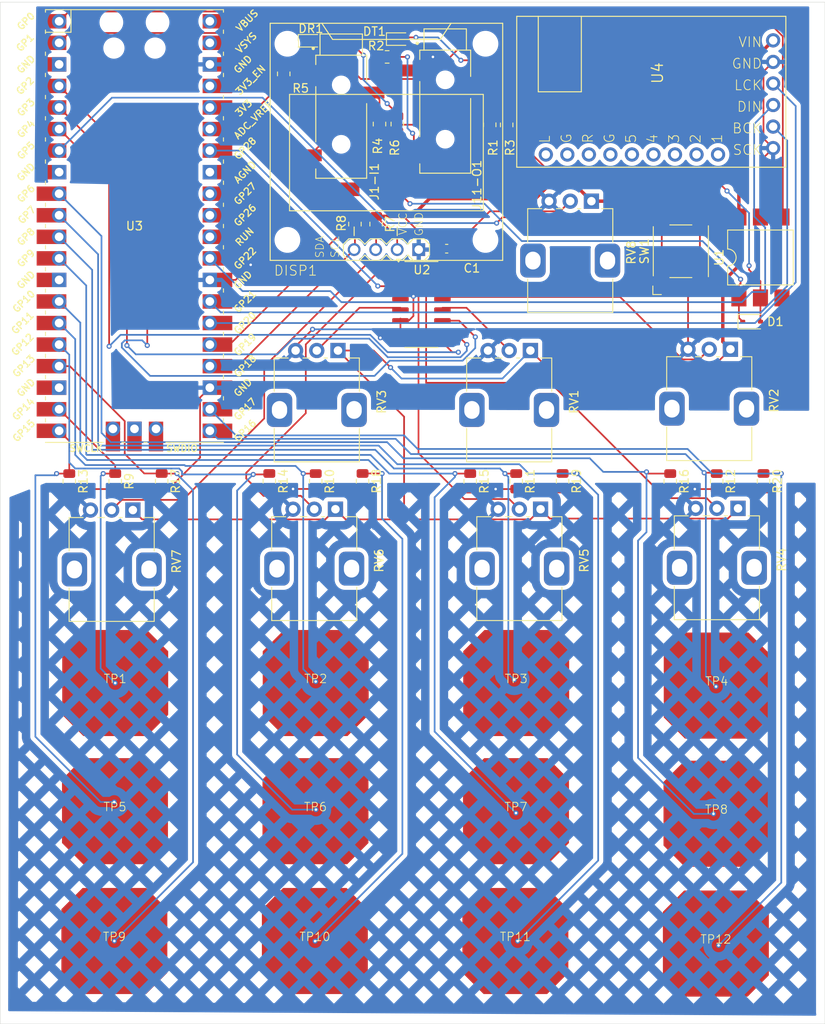
<source format=kicad_pcb>
(kicad_pcb (version 20240108) (generator "pcbnew") (generator_version "8.0")
  (layers (0 "F.Cu" signal) (31 "B.Cu" signal) (34 "B.Paste" user) (35 "F.Paste" user) (36 "B.SilkS" user "B.Silkscreen") (37 "F.SilkS" user "F.Silkscreen") (38 "B.Mask" user) (39 "F.Mask" user) (44 "Edge.Cuts" user))
  (net 0 "")
  (net 1 "/MIDI input 1/RX")
  (net 2 "/Midi Output 1/TX")
  (net 3 "GND")
  (net 4 "+3V3")
  (net 5 "/POT1")
  (net 6 "/POT2")
  (net 7 "/POT3")
  (net 8 "/POT4")
  (net 9 "/POT5")
  (net 10 "/POT6")
  (net 11 "/POT7")
  (net 12 "/POT8")
  (net 13 "/AS2")
  (net 14 "/AS0")
  (net 15 "/AS1")
  (net 16 "/TPAD1")
  (net 17 "unconnected-(J1-I1-Pad3)")
  (net 20 "unconnected-(J11-O1-Pad2)")
  (net 22 "unconnected-(J11-O1-Pad3)")
  (net 23 "/SCL")
  (net 24 "/SDA")
  (net 27 "/SW")
  (net 37 "/I2S_DATA")
  (net 41 "/I2S_BCK")
  (net 42 "/I2S_LRCK")
  (net 44 "/TPAD2")
  (net 45 "/TPAD3")
  (net 46 "/TPAD4")
  (net 47 "/TPAD5")
  (net 48 "/TPAD6")
  (net 49 "/TPAD7")
  (net 50 "/TPAD8")
  (net 51 "/TPAD9")
  (net 52 "/TPAD10")
  (net 53 "/TPAD11")
  (net 54 "/TPAD12")
  (net 64 "Net-(D1-A)")
  (net 65 "unconnected-(D1-K-Pad1)")
  (net 66 "unconnected-(DR1-A-Pad2)")
  (net 67 "/AIN")
  (net 68 "unconnected-(R3-Pad2)")
  (footprint "Resistor_SMD:R_0805_2012Metric" (layer "F.Cu") (at 124.827577 77.3125 -90)
    (property "Reference" "R11")
    (property "Value" "1M")
  )
  (footprint "MIDI_projects:PAD_Touch_bjo" (layer "F.Cu") (at 77.416663 131.483034)
    (property "Reference" "TP9")
    (property "Value" "TOUCHPADA")
  )
  (footprint "Resistor_SMD:R_0805_2012Metric" (layer "F.Cu") (at 110.8 35.2125 90)
    (property "Reference" "R6")
    (property "Value" "2.2K")
  )
  (footprint "LED_SMD:LED_0603_1608Metric" (layer "F.Cu") (at 111 25.2)
    (property "Reference" "DT1")
    (property "Value" "LED")
  )
  (footprint "MIDI_projects:CUI_SJ-3524-SMT" (layer "F.Cu") (at 104.182 30.6 -90)
    (property "Reference" "J1-I1")
    (property "Value" "SJ-3524-SMT")
  )
  (footprint "Button_Switch_SMD:SW_SPST_Omron_B3FS-101xP" (layer "F.Cu") (at 144.25 50.2 90)
    (property "Reference" "SW1")
    (property "Value" "SW_Omron_B3FS")
  )
  (footprint "Resistor_SMD:R_0805_2012Metric" (layer "F.Cu") (at 119.4 77.3125 -90)
    (property "Reference" "R15")
    (property "Value" "1M")
  )
  (footprint "Resistor_SMD:R_0805_2012Metric" (layer "F.Cu") (at 77.516663 77.3125 -90)
    (property "Reference" "R9")
    (property "Value" "1M")
  )
  (footprint "MIDI_projects:I2S_PCM_5100_SOUNDCARD" (layer "F.Cu") (at 156.64 40.3 90)
    (property "Reference" "U4")
    (property "Value" "I2S_PCM_51XX_SOUNDCARD")
  )
  (footprint "Resistor_SMD:R_0805_2012Metric" (layer "F.Cu") (at 97.4 29.3 -90)
    (property "Reference" "R5")
    (property "Value" "470")
  )
  (footprint "MIDI_projects:PAD_Touch_bjo" (layer "F.Cu") (at 77.489086 116.183034)
    (property "Reference" "TP5")
    (property "Value" "TOUCHPADA")
  )
  (footprint "MIDI_projects:PAD_Touch_bjo" (layer "F.Cu") (at 101.07212 131.483034)
    (property "Reference" "TP10")
    (property "Value" "TOUCHPADA")
  )
  (footprint "Package_DIP:SMDIP-6_W9.53mm" (layer "F.Cu") (at 153.64 50.935 90)
    (property "Reference" "U1")
    (property "Value" "H11L1")
  )
  (footprint "Resistor_SMD:R_0805_2012Metric" (layer "F.Cu") (at 105.8 47 -90)
    (property "Reference" "R8")
    (property "Value" "4.7k")
  )
  (footprint "MIDI_projects:PAD_Touch_bjo" (layer "F.Cu") (at 124.727577 131.483034)
    (property "Reference" "TP11")
    (property "Value" "TOUCHPADA")
  )
  (footprint "Resistor_SMD:R_0805_2012Metric" (layer "F.Cu") (at 106.7 77.3 -90)
    (property "Reference" "R18")
    (property "Value" "1M")
  )
  (footprint "MIDI_projects:PAD_Touch_bjo" (layer "F.Cu") (at 124.827577 101.083034)
    (property "Reference" "TP3")
    (property "Value" "TOUCHPADA")
  )
  (footprint "MIDI_projects:PAD_Touch_bjo" (layer "F.Cu") (at 148.383034 131.783034)
    (property "Reference" "TP12")
    (property "Value" "TOUCHPADA")
  )
  (footprint "MIDI_projects:Potentiometer_Alps_RK09K_Single_Vertical" (layer "F.Cu") (at 151 80.5 -90)
    (property "Reference" "RV4")
    (property "Value" "10K")
  )
  (footprint "Resistor_SMD:R_0805_2012Metric" (layer "F.Cu") (at 109.6 27.3)
    (property "Reference" "R2")
    (property "Value" "10")
  )
  (footprint "Resistor_SMD:R_0805_2012Metric" (layer "F.Cu") (at 154 77.3 -90)
    (property "Reference" "R20")
    (property "Value" "1M")
  )
  (footprint "Resistor_SMD:R_0805_2012Metric" (layer "F.Cu") (at 108.3 47 -90)
    (property "Reference" "R7")
    (property "Value" "4.7k")
  )
  (footprint "MIDI_projects:Potentiometer_Alps_RK09K_Single_Vertical" (layer "F.Cu") (at 133.7 44.3 -90)
    (property "Reference" "RV8")
    (property "Value" "10K")
  )
  (footprint "Resistor_SMD:R_0805_2012Metric" (layer "F.Cu") (at 123.7 35.3125 90)
    (property "Reference" "R3")
    (property "Value" "2.2K")
  )
  (footprint "Resistor_SMD:R_0805_2012Metric" (layer "F.Cu") (at 72.1 77.3125 -90)
    (property "Reference" "R13")
    (property "Value" "1M")
  )
  (footprint "Resistor_SMD:R_0805_2012Metric" (layer "F.Cu") (at 83 77.3 -90)
    (property "Reference" "R17")
    (property "Value" "1M")
  )
  (footprint "MIDI_projects:PAD_Touch_bjo" (layer "F.Cu") (at 124.8 116.183034)
    (property "Reference" "TP7")
    (property "Value" "TOUCHPADA")
  )
  (footprint "Resistor_SMD:R_0805_2012Metric" (layer "F.Cu") (at 130.3 77.3 -90)
    (property "Reference" "R19")
    (property "Value" "1M")
  )
  (footprint "Resistor_SMD:R_0805_2012Metric" (layer "F.Cu") (at 101.17212 77.3125 -90)
    (property "Reference" "R10")
    (property "Value" "1M")
  )
  (footprint "MIDI_projects:Potentiometer_Alps_RK09K_Single_Vertical" (layer "F.Cu") (at 127.7 80.6 -90)
    (property "Reference" "RV5")
    (property "Value" "10K")
  )
  (footprint "MIDI_projects:PAD_Touch_bjo" (layer "F.Cu") (at 101.144543 116.183034)
    (property "Reference" "TP6")
    (property "Value" "TOUCHPADA")
  )
  (footprint "MIDI_projects:PAD_Touch_bjo" (layer "F.Cu") (at 77.516663 101.083034)
    (property "Reference" "TP1")
    (property "Value" "TOUCHPADA")
  )
  (footprint "Resistor_SMD:R_0805_2012Metric" (layer "F.Cu") (at 143 77.3125 -90)
    (property "Reference" "R16")
    (property "Value" "1M")
  )
  (footprint "Resistor_SMD:R_0805_2012Metric" (layer "F.Cu") (at 148.483034 77.3125 -90)
    (property "Reference" "R12")
    (property "Value" "1M")
  )
  (footprint "MIDI_projects:PAD_Touch_bjo" (layer "F.Cu") (at 101.17212 101.083034)
    (property "Reference" "TP2")
    (property "Value" "TOUCHPADA")
  )
  (footprint "MIDI_projects:RPi_Pico_SMD_TH" (layer "F.Cu") (at 79.79 47.23)
    (property "Reference" "U3")
    (property "Value" "Pico")
  )
  (footprint "Capacitor_SMD:C_0603_1608Metric" (layer "F.Cu") (at 116.625 49.9 180)
    (property "Reference" "C1")
    (property "Value" "100n")
  )
  (footprint "MIDI_projects:Potentiometer_Alps_RK09K_Single_Vertical" (layer "F.Cu") (at 103.5 80.6 -90)
    (property "Reference" "RV6")
    (property "Value" "10K")
  )
  (footprint "MIDI_projects:CUI_SJ-3524-SMT" (layer "F.Cu") (at 116.45 30 -90)
    (property "Reference" "J11-O1")
    (property "Value" "SJ-3524-SMT")
  )
  (footprint "Package_SO:SOIC-16_3.9x9.9mm_P1.27mm" (layer "F.Cu") (at 113.645 56.475)
    (property "Reference" "U2")
    (property "Value" "74HC4051")
  )
  (footprint "MIDI_projects:PAD_Touch_bjo" (layer "F.Cu") (at 148.455457 116.483034)
    (property "Reference" "TP8")
    (property "Value" "TOUCHPADA")
  )
  (footprint "MIDI_projects:Potentiometer_Alps_RK09K_Single_Vertical" (layer "F.Cu") (at 103.8 61.9 -90)
    (property "Reference" "RV3")
    (property "Value" "10K")
  )
  (footprint "Resistor_SMD:R_0805_2012Metric" (layer "F.Cu") (at 95.7 77.3 -90)
    (property "Reference" "R14")
    (property "Value" "1M")
  )
  (footprint "Resistor_SMD:R_0805_2012Metric" (layer "F.Cu") (at 108.7 35.2125 -90)
    (property "Reference" "R4")
    (property "Value" "220")
  )
  (footprint "MIDI_projects:DISPLAY-OLED-128X64-I2C-TOD" (layer "F.Cu") (at 109.516 37.307 180)
    (property "Reference" "DISP1")
    (property "Value" "DISPLAY-OLED-128X64-I2CTOD")
  )
  (footprint "LED_SMD:LED_0603_1608Metric" (layer "F.Cu") (at 100.6 25.4)
    (property "Reference" "DR1")
    (property "Value" "LED")
  )
  (footprint "Resistor_SMD:R_0805_2012Metric" (layer "F.Cu") (at 121.7 35.3 90)
    (property "Reference" "R1")
    (property "Value" "33")
  )
  (footprint "MIDI_projects:Potentiometer_Alps_RK09K_Single_Vertical" (layer "F.Cu") (at 79.6 80.7 -90)
    (property "Reference" "RV7")
    (property "Value" "10K")
  )
  (footprint "MIDI_projects:Potentiometer_Alps_RK09K_Single_Vertical" (layer "F.Cu") (at 150.1 61.75 -90)
    (property "Reference" "RV2")
    (property "Value" "10K")
  )
  (footprint "MIDI_projects:PAD_Touch_bjo" (layer "F.Cu") (at 148.483034 101.383034)
    (property "Reference" "TP4")
    (property "Value" "TOUCHPADA")
  )
  (footprint "Diode_SMD:D_SOD-323" (layer "F.Cu") (at 152.6 58.5)
    (property "Reference" "D1")
    (property "Value" "1N4148WS")
  )
  (footprint "MIDI_projects:Potentiometer_Alps_RK09K_Single_Vertical" (layer "F.Cu") (at 126.5 61.9 -90)
    (property "Reference" "RV1")
    (property "Value" "10K")
  )
  (gr_rect (start 63.95 20.85) (end 161.25 141.25) (stroke (width 0.05)) (fill none) (layer "Edge.Cuts"))
  (segment (start 114.45 29.9) (end 106.5 29.9) (width 0.2) (layer "F.Cu") (net 1))
  (segment (start 155.260907 23.860907) (end 120.489093 23.860907) (width 0.2) (layer "F.Cu") (net 1))
  (segment (start 156.2782 24.8782) (end 155.260907 23.860907) (width 0.2) (layer "F.Cu") (net 1))
  (segment (start 100.5875 26.175) (end 99.8125 25.4) (width 0.2) (layer "F.Cu") (net 1))
  (segment (start 156.2782 46.0718) (end 156.2782 24.8782) (width 0.2) (layer "F.Cu") (net 1))
  (segment (start 99.8125 25.4) (end 99.8125 26.675) (width 0.2) (layer "F.Cu") (net 1))
  (segment (start 99.8125 26.675) (end 98.1 28.3875) (width 0.2) (layer "F.Cu") (net 1))
  (segment (start 98.1 28.3875) (end 97.4 28.3875) (width 0.2) (layer "F.Cu") (net 1))
  (segment (start 106.5 29.9) (end 102.775 26.175) (width 0.2) (layer "F.Cu") (net 1))
  (segment (start 120.489093 23.860907) (end 114.45 29.9) (width 0.2) (layer "F.Cu") (net 1))
  (segment (start 99.8125 25.4) (end 98.1125 23.7) (width 0.2) (layer "F.Cu") (net 1))
  (segment (start 98.1125 23.7) (end 92.18 23.7) (width 0.2) (layer "F.Cu") (net 1))
  (segment (start 156.18 46.17) (end 156.2782 46.0718) (width 0.2) (layer "F.Cu") (net 1))
  (segment (start 102.775 26.175) (end 100.5875 26.175) (width 0.2) (layer "F.Cu") (net 1))
  (segment (start 72.06 24.48) (end 70.9 25.64) (width 0.2) (layer "F.Cu") (net 1))
  (segment (start 91.4 24.48) (end 72.06 24.48) (width 0.2) (layer "F.Cu") (net 1))
  (segment (start 92.18 23.7) (end 91.4 24.48) (width 0.2) (layer "F.Cu") (net 1))
  (segment (start 106.9625 21.95) (end 110.2125 25.2) (width 0.2) (layer "F.Cu") (net 2))
  (segment (start 72.05 21.95) (end 106.9625 21.95) (width 0.2) (layer "F.Cu") (net 2))
  (segment (start 110.2125 25.775) (end 108.6875 27.3) (width 0.2) (layer "F.Cu") (net 2))
  (segment (start 70.9 23.1) (end 72.05 21.95) (width 0.2) (layer "F.Cu") (net 2))
  (segment (start 110.2125 25.2) (end 110.2125 25.775) (width 0.2) (layer "F.Cu") (net 2))
  (segment (start 106.6875 78.225) (end 106.7 78.2125) (width 0.2) (layer "F.Cu") (net 3))
  (segment (start 143 78.225) (end 148.483034 78.225) (width 0.2) (layer "F.Cu") (net 3))
  (segment (start 119.4 78.225) (end 124.827577 78.225) (width 0.2) (layer "F.Cu") (net 3))
  (segment (start 95.7 78.2125) (end 98.5 78.2125) (width 0.2) (layer "F.Cu") (net 3))
  (segment (start 112.7 55.50408) (end 112.7 57.824999) (width 0.2) (layer "F.Cu") (net 3))
  (segment (start 87.53 74.518529) (end 87.53 67.43) (width 0.2) (layer "F.Cu") (net 3))
  (segment (start 112.75 28.9) (end 114.35 27.3) (width 0.2) (layer "F.Cu") (net 3))
  (segment (start 153.64 46.17) (end 153.64 39.55) (width 0.2) (layer "F.Cu") (net 3))
  (segment (start 112.7 57.824999) (end 112.144999 58.38) (width 0.2) (layer "F.Cu") (net 3))
  (segment (start 113.326 50.007) (end 113.493 50.007) (width 0.2) (layer "F.Cu") (net 3))
  (segment (start 112.144999 58.38) (end 111.17 58.38) (width 0.2) (layer "F.Cu") (net 3))
  (segment (start 91.72 53.58) (end 93.5 51.8) (width 0.2) (layer "F.Cu") (net 3))
  (segment (start 87.53 67.43) (end 88.68 66.28) (width 0.2) (layer "F.Cu") (net 3))
  (segment (start 145.1 55.6) (end 146.5 54.2) (width 0.2) (layer "F.Cu") (net 3))
  (segment (start 72.125 78.225) (end 74.6 80.7) (width 0.2) (layer "F.Cu") (net 3))
  (segment (start 98.8 61.4) (end 100.8 59.4) (width 0.2) (layer "F.Cu") (net 3))
  (segment (start 83.836029 78.2125) (end 87.53 74.518529) (width 0.2) (layer "F.Cu") (net 3))
  (segment (start 146.5 54.2) (end 146.5 46.2) (width 0.2) (layer "F.Cu") (net 3))
  (segment (start 148.483034 78.225) (end 153.9875 78.225) (width 0.2) (layer "F.Cu") (net 3))
  (segment (start 154.0018 29.0282) (end 154.0018 36.9118) (width 0.2) (layer "F.Cu") (net 3))
  (segment (start 111.17 59.4) (end 109.8 59.4) (width 0.2) (layer "F.Cu") (net 3))
  (segment (start 98.5 78.2125) (end 101.15962 78.2125) (width 0.2) (layer "F.Cu") (net 3))
  (segment (start 88.68 53.58) (end 91.72 53.58) (width 0.2) (layer "F.Cu") (net 3))
  (segment (start 111.17 58.13) (end 111.17 59.4) (width 0.2) (layer "F.Cu") (net 3))
  (segment (start 114.35 27.3) (end 115 27.3) (width 0.2) (layer "F.Cu") (net 3))
  (segment (start 101.17212 78.225) (end 106.6875 78.225) (width 0.2) (layer "F.Cu") (net 3))
  (segment (start 145.1 61.75) (end 145.1 55.6) (width 0.2) (layer "F.Cu") (net 3))
  (segment (start 154.0018 36.9118) (end 155.14 38.05) (width 0.2) (layer "F.Cu") (net 3))
  (segment (start 72.1 78.225) (end 77.516663 78.225) (width 0.2) (layer "F.Cu") (net 3))
  (segment (start 153.9875 78.225) (end 154 78.2125) (width 0.2) (layer "F.Cu") (net 3))
  (segment (start 113.326 50.007) (end 115.743 50.007) (width 0.2) (layer "F.Cu") (net 3))
  (segment (start 98.8 61.9) (end 98.8 61.4) (width 0.2) (layer "F.Cu") (net 3))
  (segment (start 83 78.2125) (end 83.836029 78.2125) (width 0.2) (layer "F.Cu") (net 3))
  (segment (start 82.9875 78.225) (end 83 78.2125) (width 0.2) (layer "F.Cu") (net 3))
  (segment (start 72.1 78.225) (end 72.125 78.225) (width 0.2) (layer "F.Cu") (net 3))
  (segment (start 77.516663 78.225) (end 82.9875 78.225) (width 0.2) (layer "F.Cu") (net 3))
  (segment (start 155.14 27.89) (end 154.0018 29.0282) (width 0.2) (layer "F.Cu") (net 3))
  (segment (start 115.743 50.007) (end 115.85 49.9) (width 0.2) (layer "F.Cu") (net 3))
  (segment (start 153.64 39.55) (end 155.14 38.05) (width 0.2) (layer "F.Cu") (net 3))
  (segment (start 101.15962 78.2125) (end 101.17212 78.225) (width 0.2) (layer "F.Cu") (net 3))
  (segment (start 130.2875 78.225) (end 130.3 78.2125) (width 0.2) (layer "F.Cu") (net 3))
  (segment (start 111.17 59.4) (end 111.17 60.67) (width 0.2) (layer "F.Cu") (net 3))
  (segment (start 109.8 59.4) (end 108.8 60.4) (width 0.2) (layer "F.Cu") (net 3))
  (segment (start 124.827577 78.225) (end 130.2875 78.225) (width 0.2) (layer "F.Cu") (net 3))
  (via (at 108.8 60.4) (size 0.6) (drill 0.3) (layers "F.Cu" "B.Cu") (net 3))
  (via (at 145.9 78.225) (size 0.6) (drill 0.3) (layers "F.Cu" "B.Cu") (net 3))
  (via (at 100.8 59.4) (size 0.6) (drill 0.3) (layers "F.Cu" "B.Cu") (net 3))
  (via (at 122.4 78.225) (size 0.6) (drill 0.3) (layers "F.Cu" "B.Cu") (net 3))
  (via (at 98.5 78.2125) (size 0.6) (drill 0.3) (layers "F.Cu" "B.Cu") (net 3))
  (via (at 93.5 51.8) (size 0.6) (drill 0.3) (layers "F.Cu" "B.Cu") (net 3))
  (via (at 115 27.3) (size 0.6) (drill 0.3) (layers "F.Cu" "B.Cu") (net 3))
  (via (at 112.7 55.50408) (size 0.6) (drill 0.3) (layers "F.Cu" "B.Cu") (net 3))
  (segment (start 113.326 54.87808) (end 112.7 55.50408) (width 0.2) (layer "B.Cu") (net 3))
  (segment (start 100.8 59.4) (end 107.8 59.4) (width 0.2) (layer "B.Cu") (net 3))
  (segment (start 113.326 50.007) (end 113.326 54.87808) (width 0.2) (layer "B.Cu") (net 3))
  (segment (start 107.8 59.4) (end 108.8 60.4) (width 0.2) (layer "B.Cu") (net 3))
  (segment (start 151.1 46.17) (end 151.1 29.39) (width 0.4) (layer "F.Cu") (net 4))
  (segment (start 117.5 48.9) (end 117.5 50.4) (width 0.2) (layer "F.Cu") (net 4))
  (segment (start 79.6 80.7) (end 80.7 81.8) (width 0.2) (layer "F.Cu") (net 4))
  (segment (start 108.3 46.0875) (end 111.5145 46.0875) (width 0.2) (layer "F.Cu") (net 4))
  (segment (start 108.3 46.0875) (end 112.5125 46.0875) (width 0.4) (layer "F.Cu") (net 4))
  (segment (start 102.3 81.8) (end 103.5 80.6) (width 0.2) (layer "F.Cu") (net 4))
  (segment (start 114.6 44) (end 115.2 44) (width 0.4) (layer "F.Cu") (net 4))
  (segment (start 128.8 81.7) (end 149.8 81.7) (width 0.2) (layer "F.Cu") (net 4))
  (segment (start 105.8 46.0875) (end 108.3 46.0875) (width 0.4) (layer "F.Cu") (net 4))
  (segment (start 149.2 60.85) (end 150.1 61.75) (width 0.4) (layer "F.Cu") (net 4))
  (segment (start 121.7 36.2125) (end 123.7125 36.2125) (width 0.2) (layer "F.Cu") (net 4))
  (segment (start 111.5145 46.0875) (end 113.127 47.7) (width 0.2) (layer "F.Cu") (net 4))
  (segment (start 149.23 44.3) (end 151.1 46.17) (width 0.4) (layer "F.Cu") (net 4))
  (segment (start 149.8 81.7) (end 151 80.5) (width 0.2) (layer "F.Cu") (net 4))
  (segment (start 128.5 63.9) (end 147.95 63.9) (width 0.2) (layer "F.Cu") (net 4))
  (segment (start 103.5 80.6) (end 104.7 81.8) (width 0.2) (layer "F.Cu") (net 4))
  (segment (start 110.8 40.2) (end 114.6 44) (width 0.2) (layer "F.Cu") (net 4))
  (segment (start 103.8 61.9) (end 111.6 69.7) (width 0.2) (layer "F.Cu") (net 4))
  (segment (start 128.5 42.6) (end 132 42.6) (width 0.4) (layer "F.Cu") (net 4))
  (segment (start 122.3 39.7) (end 125.2 42.6) (width 0.2) (layer "F.Cu") (net 4))
  (segment (start 117.5 50.4) (end 116.8 51.1) (width 0.2) (layer "F.Cu") (net 4))
  (segment (start 112.5125 46.0875) (end 114.6 44) (width 0.4) (layer "F.Cu") (net 4))
  (segment (start 147.95 63.9) (end 150.1 61.75) (width 0.2) (layer "F.Cu") (net 4))
  (segment (start 80.7 81.8) (end 102.3 81.8) (width 0.2) (layer "F.Cu") (net 4))
  (segment (start 116.3 47.7) (end 117.5 48.9) (width 0.2) (layer "F.Cu") (net 4))
  (segment (start 110.786 48.5735) (end 110.786 50.007) (width 0.2) (layer "F.Cu") (net 4))
  (segment (start 151.1 46.17) (end 151.1 51.9) (width 0.4) (layer "F.Cu") (net 4))
  (segment (start 113.127 47.7) (end 116.3 47.7) (width 0.2) (layer "F.Cu") (net 4))
  (segment (start 132 42.6) (end 133.7 44.3) (width 0.4) (layer "F.Cu") (net 4))
  (segment (start 103.0675 46.0875) (end 105.8 46.0875) (width 0.4) (layer "F.Cu") (net 4))
  (segment (start 108.3 46.0875) (end 110.786 48.5735) (width 0.2) (layer "F.Cu") (net 4))
  (segment (start 125.2 42.6) (end 128.5 42.6) (width 0.2) (layer "F.Cu") (net 4))
  (segment (start 88.68 33.26) (end 90.24 33.26) (width 0.2) (layer "F.Cu") (net 4))
  (segment (start 126.5 61.9) (end 128.5 63.9) (width 0.2) (layer "F.Cu") (net 4))
  (segment (start 103.8 61.9) (end 108 61.9) (width 0.2) (layer "F.Cu") (net 4))
  (segment (start 104.7 81.8) (end 111.6 81.8) (width 0.2) (layer "F.Cu") (net 4))
  (segment (start 90.24 33.26) (end 103.0675 46.0875) (width 0.4) (layer "F.Cu") (net 4))
  (segment (start 111.6 81.8) (end 126.5 81.8) (width 0.2) (layer "F.Cu") (net 4))
  (segment (start 115.2 44) (end 127.1 44) (width 0.4) (layer "F.Cu") (net 4))
  (segment (start 108 61.9) (end 110 63.9) (width 0.2) (layer "F.Cu") (net 4))
  (segment (start 127.7 80.6) (end 128.8 81.7) (width 0.2) (layer "F.Cu") (net 4))
  (segment (start 126.5 81.8) (end 127.7 80.6) (width 0.2) (layer "F.Cu") (net 4))
  (segment (start 122.3 36.2125) (end 122.3 39.7) (width 0.2) (layer "F.Cu") (net 4))
  (segment (start 97.4 30.2125) (end 94.3525 33.26) (width 0.2) (layer "F.Cu") (net 4))
  (segment (start 127.1 44) (end 128.5 42.6) (width 0.4) (layer "F.Cu") (net 4))
  (segment (start 133.7 44.3) (end 149.23 44.3) (width 0.4) (layer "F.Cu") (net 4))
  (segment (start 94.3525 33.26) (end 88.68 33.26) (width 0.2) (layer "F.Cu") (net 4))
  (segment (start 151.1 29.39) (end 155.14 25.35) (width 0.4) (layer "F.Cu") (net 4))
  (segment (start 151.1 51.9) (end 149.2 53.8) (width 0.4) (layer "F.Cu") (net 4))
  (segment (start 116.8 51.1) (end 116.12 51.78) (width 0.2) (layer "F.Cu") (net 4))
  (segment (start 123.7125 36.2125) (end 123.8 36.3) (width 0.2) (layer "F.Cu") (net 4))
  (segment (start 111.6 69.7) (end 111.6 81.8) (width 0.2) (layer "F.Cu") (net 4))
  (segment (start 149.2 53.8) (end 149.2 60.85) (width 0.4) (layer "F.Cu") (net 4))
  (segment (start 110.8 36.125) (end 110.8 40.2) (width 0.2) (layer "F.Cu") (net 4))
  (via (at 110 63.9) (size 0.6) (drill 0.3) (layers "F.Cu" "B.Cu") (net 4))
  (segment (start 123.2 65.2) (end 126.5 61.9) (width 0.2) (layer "B.Cu") (net 4))
  (segment (start 111.3 65.2) (end 123.2 65.2) (width 0.2) (layer "B.Cu") (net 4))
  (segment (start 110 63.9) (end 111.3 65.2) (width 0.2) (layer "B.Cu") (net 4))
  (segment (start 116.12 56.86) (end 118.96 56.86) (width 0.2) (layer "F.Cu") (net 5))
  (segment (start 118.96 56.86) (end 124 61.9) (width 0.2) (layer "F.Cu") (net 5))
  (segment (start 116.12 55.59) (end 137.09 55.59) (width 0.2) (layer "F.Cu") (net 6))
  (segment (start 137.09 55.59) (end 144.45 62.95) (width 0.2) (layer "F.Cu") (net 6))
  (segment (start 146.4 62.95) (end 147.6 61.75) (width 0.2) (layer "F.Cu") (net 6))
  (segment (start 144.45 62.95) (end 146.4 62.95) (width 0.2) (layer "F.Cu") (net 6))
  (segment (start 106.34 56.86) (end 101.3 61.9) (width 0.2) (layer "F.Cu") (net 7))
  (segment (start 111.17 56.86) (end 106.34 56.86) (width 0.2) (layer "F.Cu") (net 7))
  (segment (start 147.3 79.3) (end 148.5 80.5) (width 0.2) (layer "F.Cu") (net 8))
  (segment (start 114.2 55.265001) (end 114.2 65.7) (width 0.2) (layer "F.Cu") (net 8))
  (segment (start 114.2 65.7) (end 128.851471 65.7) (width 0.2) (layer "F.Cu") (net 8))
  (segment (start 115.145001 54.32) (end 114.2 55.265001) (width 0.2) (layer "F.Cu") (net 8))
  (segment (start 128.851471 65.7) (end 142.451471 79.3) (width 0.2) (layer "F.Cu") (net 8))
  (segment (start 116.12 54.32) (end 115.145001 54.32) (width 0.2) (layer "F.Cu") (net 8))
  (segment (start 142.451471 79.3) (end 147.3 79.3) (width 0.2) (layer "F.Cu") (net 8))
  (segment (start 125.2 80.6) (end 124 79.4) (width 0.2) (layer "F.Cu") (net 9))
  (segment (start 113.3 74) (end 113.3 54.709448) (width 0.2) (layer "F.Cu") (net 9))
  (segment (start 118.7 79.4) (end 113.3 74) (width 0.2) (layer "F.Cu") (net 9))
  (segment (start 114.9 53.109448) (end 116.060552 53.109448) (width 0.2) (layer "F.Cu") (net 9))
  (segment (start 124 79.4) (end 118.7 79.4) (width 0.2) (layer "F.Cu") (net 9))
  (segment (start 113.3 54.709448) (end 114.9 53.109448) (width 0.2) (layer "F.Cu") (net 9))
  (segment (start 116.060552 53.109448) (end 116.12 53.05) (width 0.2) (layer "F.Cu") (net 9))
  (segment (start 95.015256 79.025) (end 92.975182 76.984926) (width 0.2) (layer "F.Cu") (net 10))
  (segment (start 100 61.18) (end 108.13 53.05) (width 0.2) (layer "F.Cu") (net 10))
  (segment (start 100 69.284926) (end 100 61.18) (width 0.2) (layer "F.Cu") (net 10))
  (segment (start 101 80.6) (end 99.425 79.025) (width 0.2) (layer "F.Cu") (net 10))
  (segment (start 99.425 79.025) (end 95.015256 79.025) (width 0.2) (layer "F.Cu") (net 10))
  (segment (start 92.975182 76.984926) (end 92.975182 76.309744) (width 0.2) (layer "F.Cu") (net 10))
  (segment (start 92.975182 76.309744) (end 100 69.284926) (width 0.2) (layer "F.Cu") (net 10))
  (segment (start 108.13 53.05) (end 111.17 53.05) (width 0.2) (layer "F.Cu") (net 10))
  (segment (start 107.12 51.78) (end 111.17 51.78) (width 0.2) (layer "F.Cu") (net 11))
  (segment (start 78.3 79.5) (end 85.5 79.5) (width 0.2) (layer "F.Cu") (net 11))
  (segment (start 77.1 80.7) (end 78.3 79.5) (width 0.2) (layer "F.Cu") (net 11))
  (segment (start 85.5 79.5) (end 95.1 69.9) (width 0.2) (layer "F.Cu") (net 11))
  (segment (start 95.1 69.9) (end 95.1 63.8) (width 0.2) (layer "F.Cu") (net 11))
  (segment (start 95.1 63.8) (end 107.12 51.78) (width 0.2) (layer "F.Cu") (net 11))
  (segment (start 118.665552 51.1) (end 119.3 51.1) (width 0.2) (layer "F.Cu") (net 12))
  (segment (start 130 45.5) (end 131.2 44.3) (width 0.2) (layer "F.Cu") (net 12))
  (segment (start 114.725552 52.63) (end 117.135552 52.63) (width 0.2) (layer "F.Cu") (net 12))
  (segment (start 111.17 55.84) (end 111.515552 55.84) (width 0.2) (layer "F.Cu") (net 12))
  (segment (start 111.515552 55.84) (end 114.725552 52.63) (width 0.2) (layer "F.Cu") (net 12))
  (segment (start 119.3 47.9) (end 121.7 45.5) (width 0.2) (layer "F.Cu") (net 12))
  (segment (start 121.7 45.5) (end 130 45.5) (width 0.2) (layer "F.Cu") (net 12))
  (segment (start 119.3 51.1) (end 119.3 47.9) (width 0.2) (layer "F.Cu") (net 12))
  (segment (start 117.135552 52.63) (end 118.665552 51.1) (width 0.2) (layer "F.Cu") (net 12))
  (segment (start 70.9 35.8) (end 76.8 41.7) (width 0.2) (layer "F.Cu") (net 13))
  (segment (start 76.8 41.7) (end 76.8 61.4) (width 0.2) (layer "F.Cu") (net 13))
  (segment (start 116.12 60.92) (end 117.294808 62.094808) (width 0.2) (layer "F.Cu") (net 13))
  (segment (start 117.294808 62.094808) (end 117.995 62.094808) (width 0.2) (layer "F.Cu") (net 13))
  (via (at 76.8 61.4) (size 0.6) (drill 0.3) (layers "F.Cu" "B.Cu") (net 13))
  (via (at 117.995 62.094808) (size 0.6) (drill 0.3) (layers "F.Cu" "B.Cu") (net 13))
  (segment (start 76.8 61.4) (end 78.15 60.05) (width 0.2) (layer "B.Cu") (net 13))
  (segment (start 78.15 60.05) (end 107.601471 60.05) (width 0.2) (layer "B.Cu") (net 13))
  (segment (start 109.646279 62.094808) (end 117.995 62.094808) (width 0.2) (layer "B.Cu") (net 13))
  (segment (start 107.601471 60.05) (end 109.646279 62.094808) (width 0.2) (layer "B.Cu") (net 13))
  (segment (start 118.08 58.38) (end 116.12 58.38) (width 0.2) (layer "F.Cu") (net 14))
  (segment (start 120 60.3) (end 118.08 58.38) (width 0.2) (layer "F.Cu") (net 14))
  (segment (start 70.9 30.72) (end 81.3 41.12) (width 0.2) (layer "F.Cu") (net 14))
  (segment (start 81.3 41.12) (end 81.3 61.3) (width 0.2) (layer "F.Cu") (net 14))
  (via (at 81.3 61.3) (size 0.6) (drill 0.3) (layers "F.Cu" "B.Cu") (net 14))
  (via (at 120 60.3) (size 0.6) (drill 0.3) (layers "F.Cu" "B.Cu") (net 14))
  (segment (start 80.7 60.7) (end 78.651471 60.7) (width 0.2) (layer "B.Cu") (net 14))
  (segment (start 108.11 64.89) (end 109.905192 63.094808) (width 0.2) (layer "B.Cu") (net 14))
  (segment (start 78.3 61.548529) (end 81.641471 64.89) (width 0.2) (layer "B.Cu") (net 14))
  (segment (start 118.505192 63.094808) (end 120 61.6) (width 0.2) (layer "B.Cu") (net 14))
  (segment (start 78.3 61.051471) (end 78.3 61.548529) (width 0.2) (layer "B.Cu") (net 14))
  (segment (start 81.3 61.3) (end 80.7 60.7) (width 0.2) (layer "B.Cu") (net 14))
  (segment (start 109.905192 63.094808) (end 118.505192 63.094808) (width 0.2) (layer "B.Cu") (net 14))
  (segment (start 120 61.6) (end 120 60.3) (width 0.2) (layer "B.Cu") (net 14))
  (segment (start 78.651471 60.7) (end 78.3 61.051471) (width 0.2) (layer "B.Cu") (net 14))
  (segment (start 81.641471 64.89) (end 108.11 64.89) (width 0.2) (layer "B.Cu") (net 14))
  (segment (start 119 61.2) (end 117.45 59.65) (width 0.2) (layer "F.Cu") (net 15))
  (segment (start 117.45 59.65) (end 116.12 59.65) (width 0.2) (layer "F.Cu") (net 15))
  (segment (start 70.9 33.26) (end 78.9 41.26) (width 0.2) (layer "F.Cu") (net 15))
  (segment (start 78.9 41.26) (end 78.9 61.3) (width 0.2) (layer "F.Cu") (net 15))
  (via (at 78.9 61.3) (size 0.6) (drill 0.3) (layers "F.Cu" "B.Cu") (net 15))
  (via (at 119 61.2) (size 0.6) (drill 0.3) (layers "F.Cu" "B.Cu") (net 15))
  (segment (start 96.652943 62.35) (end 98.502943 60.5) (width 0.2) (layer "B.Cu") (net 15))
  (segment (start 98.502943 60.5) (end 107.485785 60.5) (width 0.2) (layer "B.Cu") (net 15))
  (segment (start 118.243529 62.694808) (end 119 61.938337) (width 0.2) (layer "B.Cu") (net 15))
  (segment (start 79.95 62.35) (end 96.652943 62.35) (width 0.2) (layer "B.Cu") (net 15))
  (segment (start 119 61.938337) (end 119 61.2) (width 0.2) (layer "B.Cu") (net 15))
  (segment (start 78.9 61.3) (end 79.95 62.35) (width 0.2) (layer "B.Cu") (net 15))
  (segment (start 109.680593 62.694808) (end 118.243529 62.694808) (width 0.2) (layer "B.Cu") (net 15))
  (segment (start 107.485785 60.5) (end 109.680593 62.694808) (width 0.2) (layer "B.Cu") (net 15))
  (segment (start 76.1 76.4) (end 77.516663 76.4) (width 0.2) (layer "F.Cu") (net 16))
  (segment (start 70.9 68.82) (end 77.516663 75.436663) (width 0.2) (layer "F.Cu") (net 16))
  (segment (start 77.516663 75.436663) (end 77.516663 76.4) (width 0.2) (layer "F.Cu") (net 16))
  (segment (start 77.516663 101.083034) (end 77.6 101.083034) (width 0.2) (layer "F.Cu") (net 16))
  (via (at 77.516663 101.083034) (size 0.6) (drill 0.3) (layers "F.Cu" "B.Cu") (net 16))
  (via (at 76.1 76.4) (size 0.6) (drill 0.3) (layers "F.Cu" "B.Cu") (net 16))
  (segment (start 77.516663 101.083034) (end 75.8 99.366371) (width 0.2) (layer "B.Cu") (net 16))
  (segment (start 75.8 99.366371) (end 75.8 76.7) (width 0.2) (layer "B.Cu") (net 16))
  (segment (start 75.8 76.7) (end 76.1 76.4) (width 0.2) (layer "B.Cu") (net 16))
  (segment (start 108.7 32.318) (end 107.882 31.5) (width 0.2) (layer "F.Cu") (net 17))
  (segment (start 108.7 34.3) (end 108.7 32.318) (width 0.2) (layer "F.Cu") (net 17))
  (segment (start 112.75 36.45) (end 112.6 36.3) (width 0.2) (layer "F.Cu") (net 20))
  (segment (start 112.75 38.3) (end 112.75 36.45) (width 0.2) (layer "F.Cu") (net 20))
  (segment (start 112 27.3) (end 110.5125 27.3) (width 0.2) (layer "F.Cu") (net 20))
  (via (at 112.6 36.3) (size 0.6) (drill 0.3) (layers "F.Cu" "B.Cu") (net 20))
  (via (at 112 27.3) (size 0.6) (drill 0.3) (layers "F.Cu" "B.Cu") (net 20))
  (segment (start 112.6 36.3) (end 112 35.7) (width 0.2) (layer "B.Cu") (net 20))
  (segment (start 112 35.7) (end 112 27.3) (width 0.2) (layer "B.Cu") (net 20))
  (segment (start 120.15 30.9) (end 120.15 32.2375) (width 0.2) (layer "F.Cu") (net 22))
  (segment (start 120.15 32.2375) (end 122.3 34.3875) (width 0.2) (layer "F.Cu") (net 22))
  (segment (start 108.3 47.9125) (end 108.3 49.953) (width 0.2) (layer "F.Cu") (net 23))
  (segment (start 108.3 49.953) (end 108.246 50.007) (width 0.2) (layer "F.Cu") (net 23))
  (segment (start 107.4875 47.1) (end 108.3 47.9125) (width 0.2) (layer "F.Cu") (net 23))
  (segment (start 91.015256 61.2) (end 105.115256 47.1) (width 0.2) (layer "F.Cu") (net 23))
  (segment (start 88.68 61.2) (end 91.015256 61.2) (width 0.2) (layer "F.Cu") (net 23))
  (segment (start 105.115256 47.1) (end 107.4875 47.1) (width 0.2) (layer "F.Cu") (net 23))
  (segment (start 105.8 47.9125) (end 105.8 49.913) (width 0.2) (layer "F.Cu") (net 24))
  (segment (start 91.973 63.74) (end 105.706 50.007) (width 0.2) (layer "F.Cu") (net 24))
  (segment (start 88.68 63.74) (end 91.973 63.74) (width 0.2) (layer "F.Cu") (net 24))
  (segment (start 105.8 49.913) (end 105.706 50.007) (width 0.2) (layer "F.Cu") (net 24))
  (segment (start 142 46.2) (end 142 54.2) (width 0.2) (layer "F.Cu") (net 27))
  (segment (start 142 46.2) (end 123.2 46.2) (width 0.2) (layer "F.Cu") (net 27))
  (segment (start 123.2 46.2) (end 122.51571 46.88429) (width 0.2) (layer "F.Cu") (net 27))
  (via (at 122.51571 46.88429) (size 0.6) (drill 0.3) (layers "F.Cu" "B.Cu") (net 27))
  (segment (start 109.68429 46.88429) (end 94.9 32.1) (width 0.2) (layer "B.Cu") (net 27))
  (segment (start 77.14 32.1) (end 70.9 38.34) (width 0.2) (layer "B.Cu") (net 27))
  (segment (start 122.51571 46.88429) (end 109.68429 46.88429) (width 0.2) (layer "B.Cu") (net 27))
  (segment (start 94.9 32.1) (end 77.14 32.1) (width 0.2) (layer "B.Cu") (net 27))
  (segment (start 152.9 35.21) (end 155.14 32.97) (width 0.2) (layer "B.Cu") (net 37))
  (segment (start 152.9 46.1) (end 152.9 35.21) (width 0.2) (layer "B.Cu") (net 37))
  (segment (start 154.2 55) (end 154.2 47.4) (width 0.2) (layer "B.Cu") (net 37))
  (segment (start 88.68 51.04) (end 92.54 54.9) (width 0.2) (layer "B.Cu") (net 37))
  (segment (start 154.2 47.4) (end 152.9 46.1) (width 0.2) (layer "B.Cu") (net 37))
  (segment (start 151.448529 56.2) (end 152.648529 55) (width 0.2) (layer "B.Cu") (net 37))
  (segment (start 104.2 56.2) (end 151.448529 56.2) (width 0.2) (layer "B.Cu") (net 37))
  (segment (start 152.648529 55) (end 154.2 55) (width 0.2) (layer "B.Cu") (net 37))
  (segment (start 92.54 54.9) (end 102.9 54.9) (width 0.2) (layer "B.Cu") (net 37))
  (segment (start 102.9 54.9) (end 104.2 56.2) (width 0.2) (layer "B.Cu") (net 37))
  (segment (start 89.96 57.4) (end 153.7 57.4) (width 0.2) (layer "B.Cu") (net 41))
  (segment (start 88.68 56.12) (end 89.96 57.4) (width 0.2) (layer "B.Cu") (net 41))
  (segment (start 153.7 57.4) (end 156.8 54.3) (width 0.2) (layer "B.Cu") (net 41))
  (segment (start 156.8 37.17) (end 155.14 35.51) (width 0.2) (layer "B.Cu") (net 41))
  (segment (start 156.8 54.3) (end 156.8 37.17) (width 0.2) (layer "B.Cu") (net 41))
  (segment (start 157.8 53.865686) (end 157.8 33.09) (width 0.2) (layer "B.Cu") (net 42))
  (segment (start 88.68 58.66) (end 153.005686 58.66) (width 0.2) (layer "B.Cu") (net 42))
  (segment (start 157.8 33.09) (end 155.14 30.43) (width 0.2) (layer "B.Cu") (net 42))
  (segment (start 153.005686 58.66) (end 157.8 53.865686) (width 0.2) (layer "B.Cu") (net 42))
  (segment (start 99.7 76.4) (end 101.17212 76.4) (width 0.2) (layer "F.Cu") (net 44))
  (segment (start 101.17212 101.083034) (end 101.17212 100.910914) (width 0.2) (layer "F.Cu") (net 44))
  (segment (start 101.17212 100.910914) (end 101.2 100.883034) (width 0.2) (layer "F.Cu") (net 44))
  (via (at 101.17212 100.910914) (size 0.6) (drill 0.3) (layers "F.Cu" "B.Cu") (net 44))
  (via (at 99.7 76.4) (size 0.6) (drill 0.3) (layers "F.Cu" "B.Cu") (net 44))
  (segment (start 85.8 75.5) (end 98.8 75.5) (width 0.2) (layer "B.Cu") (net 44))
  (segment (start 70.9 58.66) (end 72.8 60.56) (width 0.2) (layer "B.Cu") (net 44))
  (segment (start 98.8 75.5) (end 99.7 76.4) (width 0.2) (layer "B.Cu") (net 44))
  (segment (start 101.17212 100.910914) (end 99.7 99.438794) (width 0.2) (layer "B.Cu") (net 44))
  (segment (start 85.7 75.4) (end 85.8 75.5) (width 0.2) (layer "B.Cu") (net 44))
  (segment (start 99.7 99.438794) (end 99.7 76.4) (width 0.2) (layer "B.Cu") (net 44))
  (segment (start 72.8 60.56) (end 72.8 74.2) (width 0.2) (layer "B.Cu") (net 44))
  (segment (start 72.8 74.2) (end 74 75.4) (width 0.2) (layer "B.Cu") (net 44))
  (segment (start 74 75.4) (end 85.7 75.4) (width 0.2) (layer "B.Cu") (net 44))
  (segment (start 123.5 76.4) (end 124.827577 76.4) (width 0.2) (layer "F.Cu") (net 45))
  (segment (start 124.827577 101.055457) (end 124.9 100.983034) (width 0.2) (layer "F.Cu") (net 45))
  (segment (start 124.827577 101.083034) (end 124.827577 101.055457) (width 0.2) (layer "F.Cu") (net 45))
  (via (at 124.6 100.7) (size 0.6) (drill 0.3) (layers "F.Cu" "B.Cu") (net 45))
  (via (at 123.5 76.4) (size 0.6) (drill 0.3) (layers "F.Cu" "B.Cu") (net 45))
  (segment (start 110.4 75.8) (end 122.9 75.8) (width 0.2) (layer "B.Cu") (net 45))
  (segment (start 123.9 100) (end 124.6 100.7) (width 0.2) (layer "B.Cu") (net 45))
  (segment (start 108.2 73.6) (end 110.4 75.8) (width 0.2) (layer "B.Cu") (net 45))
  (segment (start 123.9 76.8) (end 123.9 100) (width 0.2) (layer "B.Cu") (net 45))
  (segment (start 70.9 48.5) (end 74.8 52.4) (width 0.2) (layer "B.Cu") (net 45))
  (segment (start 74.8 52.4) (end 74.8 73.6) (width 0.2) (layer "B.Cu") (net 45))
  (segment (start 123.5 76.4) (end 123.9 76.8) (width 0.2) (layer "B.Cu") (net 45))
  (segment (start 122.9 75.8) (end 123.5 76.4) (width 0.2) (layer "B.Cu") (net 45))
  (segment (start 74.8 73.6) (end 108.2 73.6) (width 0.2) (layer "B.Cu") (net 45))
  (segment (start 148.483034 101) (end 148.5 100.983034) (width 0.2) (layer "F.Cu") (net 46))
  (segment (start 148.383034 76.3) (end 148.483034 76.4) (width 0.2) (layer "F.Cu") (net 46))
  (segment (start 148.483034 101.383034) (end 148.483034 101) (width 0.2) (layer "F.Cu") (net 46))
  (segment (start 147 76.3) (end 148.383034 76.3) (width 0.2) (layer "F.Cu") (net 46))
  (via (at 148.4 101.5) (size 0.6) (drill 0.3) (layers "F.Cu" "B.Cu") (net 46))
  (via (at 147 76.3) (size 0.6) (drill 0.3) (layers "F.Cu" "B.Cu") (net 46))
  (segment (start 147 76.3) (end 147.2 76.5) (width 0.2) (layer "B.Cu") (net 46))
  (segment (start 88.68 71.36) (end 89.62 72.3) (width 0.2) (layer "B.Cu") (net 46))
  (segment (start 110.6 72.3) (end 112.4 74.1) (width 0.2) (layer "B.Cu") (net 46))
  (segment (start 112.4 74.1) (end 144.8 74.1) (width 0.2) (layer "B.Cu") (net 46))
  (segment (start 147.2 100.3) (end 148.4 101.5) (width 0.2) (layer "B.Cu") (net 46))
  (segment (start 89.62 72.3) (end 110.6 72.3) (width 0.2) (layer "B.Cu") (net 46))
  (segment (start 144.8 74.1) (end 147 76.3) (width 0.2) (layer "B.Cu") (net 46))
  (segment (start 147.2 76.5) (end 147.2 100.3) (width 0.2) (layer "B.Cu") (net 46))
  (segment (start 70.9 71.36) (end 72.1 72.56) (width 0.2) (layer "F.Cu") (net 47))
  (segment (start 77.489086 116.093948) (end 77.5 116.083034) (width 0.2) (layer "F.Cu") (net 47))
  (segment (start 77.489086 115.189086) (end 77.4 115.1) (width 0.2) (layer "F.Cu") (net 47))
  (segment (start 70.6 76.4) (end 72.1 76.4) (width 0.2) (layer "F.Cu") (net 47))
  (segment (start 72.1 72.56) (end 72.1 76.4) (width 0.2) (layer "F.Cu") (net 47))
  (segment (start 77.489086 116.183034) (end 77.489086 115.189086) (width 0.2) (layer "F.Cu") (net 47))
  (segment (start 77.489086 116.183034) (end 77.489086 116.093948) (width 0.2) (layer "F.Cu") (net 47))
  (via (at 77.4 115.1) (size 0.6) (drill 0.3) (layers "F.Cu" "B.Cu") (net 47))
  (via (at 70.6 76.4) (size 0.6) (drill 0.3) (layers "F.Cu" "B.Cu") (net 47))
  (segment (start 75.8 115.1) (end 68.1 107.4) (width 0.2) (layer "B.Cu") (net 47))
  (segment (start 68.1 76.6) (end 70.4 76.6) (width 0.2) (layer "B.Cu") (net 47))
  (segment (start 70.4 76.6) (end 70.6 76.4) (width 0.2) (layer "B.Cu") (net 47))
  (segment (start 77.4 115.1) (end 75.8 115.1) (width 0.2) (layer "B.Cu") (net 47))
  (segment (start 68.1 107.4) (end 68.1 76.6) (width 0.2) (layer "B.Cu") (net 47))
  (segment (start 95.5875 76.5) (end 95.7 76.3875) (width 0.2) (layer "F.Cu") (net 48))
  (segment (start 93.8 76.5) (end 95.5875 76.5) (width 0.2) (layer "F.Cu") (net 48))
  (segment (start 101.144543 116.138491) (end 101.2 116.083034) (width 0.2) (layer "F.Cu") (net 48))
  (segment (start 101.144543 116.183034) (end 101.144543 116.138491) (width 0.2) (layer "F.Cu") (net 48))
  (via (at 93.8 76.5) (size 0.6) (drill 0.3) (layers "F.Cu" "B.Cu") (net 48))
  (via (at 101.2 116) (size 0.6) (drill 0.3) (layers "F.Cu" "B.Cu") (net 48))
  (segment (start 93.8 76.5) (end 91.9 78.4) (width 0.2) (layer "B.Cu") (net 48))
  (segment (start 85.4 76.151471) (end 85.048529 75.8) (width 0.2) (layer "B.Cu") (net 48))
  (segment (start 91.9 83.1) (end 91.9 109.5) (width 0.2) (layer "B.Cu") (net 48))
  (segment (start 72.1 75.1) (end 72.1 62.4) (width 0.2) (layer "B.Cu") (net 48))
  (segment (start 85.4 76.5) (end 85.4 76.151471) (width 0.2) (layer "B.Cu") (net 48))
  (segment (start 85.048529 75.8) (end 72.8 75.8) (width 0.2) (layer "B.Cu") (net 48))
  (segment (start 72.8 75.8) (end 72.1 75.1) (width 0.2) (layer "B.Cu") (net 48))
  (segment (start 98.4 116) (end 101.2 116) (width 0.2) (layer "B.Cu") (net 48))
  (segment (start 91.9 109.5) (end 92.6 110.2) (width 0.2) (layer "B.Cu") (net 48))
  (segment (start 91.9 78.4) (end 91.9 83.1) (width 0.2) (layer "B.Cu") (net 48))
  (segment (start 93.8 76.5) (end 85.4 76.5) (width 0.2) (layer "B.Cu") (net 48))
  (segment (start 72.1 62.4) (end 70.9 61.2) (width 0.2) (layer "B.Cu") (net 48))
  (segment (start 92.6 110.2) (end 98.4 116) (width 0.2) (layer "B.Cu") (net 48))
  (segment (start 93.8 76.5) (end 93.7 76.6) (width 0.2) (layer "B.Cu") (net 48))
  (segment (start 117.6 76.4) (end 119.4 76.4) (width 0.2) (layer "F.Cu") (net 49))
  (segment (start 124.8 116.183034) (end 124.6 115.983034) (width 0.2) (layer "F.Cu") (net 49))
  (via (at 117.6 76.4) (size 0.6) (drill 0.3) (layers "F.Cu" "B.Cu") (net 49))
  (via (at 124.8 116.4) (size 0.6) (drill 0.3) (layers "F.Cu" "B.Cu") (net 49))
  (segment (start 74.165686 74.2) (end 107.648529 74.2) (width 0.2) (layer "B.Cu") (net 49))
  (segment (start 115.2 106.8) (end 124.8 116.4) (width 0.2) (layer "B.Cu") (net 49))
  (segment (start 117.6 76.4) (end 117.6 76.8) (width 0.2) (layer "B.Cu") (net 49))
  (segment (start 74.1 54.24) (end 74.1 74.134314) (width 0.2) (layer "B.Cu") (net 49))
  (segment (start 74.1 74.134314) (end 74.165686 74.2) (width 0.2) (layer "B.Cu") (net 49))
  (segment (start 115.2 79.2) (end 115.2 106.8) (width 0.2) (layer "B.Cu") (net 49))
  (segment (start 107.648529 74.2) (end 109.848529 76.4) (width 0.2) (layer "B.Cu") (net 49))
  (segment (start 117.6 76.8) (end 115.2 79.2) (width 0.2) (layer "B.Cu") (net 49))
  (segment (start 109.848529 76.4) (end 117.6 76.4) (width 0.2) (layer "B.Cu") (net 49))
  (segment (start 70.9 51.04) (end 74.1 54.24) (width 0.2) (layer "B.Cu") (net 49))
  (segment (start 140.2 76.2) (end 140.4 76.4) (width 0.2) (layer "F.Cu") (net 50))
  (segment (start 140.4 76.4) (end 143 76.4) (width 0.2) (layer "F.Cu") (net 50))
  (segment (start 148.455457 116.483034) (end 148.4 116.483034) (width 0.2) (layer "F.Cu") (net 50))
  (via (at 148.1 116.5) (size 0.6) (drill 0.3) (layers "F.Cu" "B.Cu") (net 50))
  (via (at 140.2 76.2) (size 0.6) (drill 0.3) (layers "F.Cu" "B.Cu") (net 50))
  (segment (start 75.9 71.6) (end 77 72.7) (width 0.2) (layer "B.Cu") (net 50))
  (segment (start 139.2 109.9) (end 139.2 84.3) (width 0.2) (layer "B.Cu") (net 50))
  (segment (start 135.1 76.2) (end 140.2 76.2) (width 0.2) (layer "B.Cu") (net 50))
  (segment (start 145.8 116.5) (end 148.1 116.5) (width 0.2) (layer "B.Cu") (net 50))
  (segment (start 77 72.7) (end 109.6 72.7) (width 0.2) (layer "B.Cu") (net 50))
  (segment (start 75.9 48.42) (end 75.9 71.6) (width 0.2) (layer "B.Cu") (net 50))
  (segment (start 139.2 109.9) (end 145.8 116.5) (width 0.2) (layer "B.Cu") (net 50))
  (segment (start 70.9 43.42) (end 75.9 48.42) (width 0.2) (layer "B.Cu") (net 50))
  (segment (start 139.2 84.3) (end 140.2 83.3) (width 0.2) (layer "B.Cu") (net 50))
  (segment (start 111.5 74.6) (end 133.5 74.6) (width 0.2) (layer "B.Cu") (net 50))
  (segment (start 109.6 72.7) (end 111.5 74.6) (width 0.2) (layer "B.Cu") (net 50))
  (segment (start 140.2 83.3) (end 140.2 76.2) (width 0.2) (layer "B.Cu") (net 50))
  (segment (start 133.5 74.6) (end 135.1 76.2) (width 0.2) (layer "B.Cu") (net 50))
  (segment (start 70.9 63.74) (end 72.16 63.74) (width 0.2) (layer "F.Cu") (net 51))
  (segment (start 72.16 63.74) (end 78.64 70.22) (width 0.2) (layer "F.Cu") (net 51))
  (segment (start 83.0125 76.4) (end 83 76.3875) (width 0.2) (layer "F.Cu") (net 51))
  (segment (start 77.416663 131.483034) (end 77.5 131.483034) (width 0.2) (layer "F.Cu") (net 51))
  (segment (start 78.64 70.22) (end 78.64 74.08) (width 0.2) (layer "F.Cu") (net 51))
  (segment (start 78.64 74.08) (end 80.9475 76.3875) (width 0.2) (layer "F.Cu") (net 51))
  (segment (start 80.9475 76.3875) (end 83 76.3875) (width 0.2) (layer "F.Cu") (net 51))
  (segment (start 84.8 76.4) (end 83.0125 76.4) (width 0.2) (layer "F.Cu") (net 51))
  (via (at 77.416663 131.483034) (size 0.6) (drill 0.3) (layers "F.Cu" "B.Cu") (net 51))
  (via (at 84.8 76.4) (size 0.6) (drill 0.3) (layers "F.Cu" "B.Cu") (net 51))
  (segment (start 86.7 78.365685) (end 84.8 76.465685) (width 0.2) (layer "B.Cu") (net 51))
  (segment (start 84.8 76.465685) (end 84.8 76.4) (width 0.2) (layer "B.Cu") (net 51))
  (segment (start 86.7 122.199697) (end 86.7 78.365685) (width 0.2) (layer "B.Cu") (net 51))
  (segment (start 77.416663 131.483034) (end 86.7 122.199697) (width 0.2) (layer "B.Cu") (net 51))
  (segment (start 101.07212 131.510914) (end 101 131.583034) (width 0.2) (layer "F.Cu") (net 52))
  (segment (start 101.07212 131.483034) (end 101.07212 131.510914) (width 0.2) (layer "F.Cu") (net 52))
  (segment (start 108.9875 76.3875) (end 106.7 76.3875) (width 0.2) (layer "F.Cu") (net 52))
  (segment (start 109 76.4) (end 108.9875 76.3875) (width 0.2) (layer "F.Cu") (net 52))
  (via (at 109 76.4) (size 0.6) (drill 0.3) (layers "F.Cu" "B.Cu") (net 52))
  (via (at 101.1 131.5) (size 0.6) (drill 0.3) (layers "F.Cu" "B.Cu") (net 52))
  (segment (start 109 76.4) (end 107.4 74.8) (width 0.2) (layer "B.Cu") (net 52))
  (segment (start 111.4 121.2) (end 101.1 131.5) (width 0.2) (layer "B.Cu") (net 52))
  (segment (start 73.4 58.62) (end 70.9 56.12) (width 0.2) (layer "B.Cu") (net 52))
  (segment (start 111.4 84.1) (end 111.4 121.2) (width 0.2) (layer "B.Cu") (net 52))
  (segment (start 73.4 74) (end 73.4 58.62) (width 0.2) (layer "B.Cu") (net 52))
  (segment (start 107.4 74.8) (end 74.2 74.8) (width 0.2) (layer "B.Cu") (net 52))
  (segment (start 74.2 74.8) (end 73.4 74) (width 0.2) (layer "B.Cu") (net 52))
  (segment (start 109 76.4) (end 109 81.7) (width 0.2) (layer "B.Cu") (net 52))
  (segment (start 109 81.7) (end 111.4 84.1) (width 0.2) (layer "B.Cu") (net 52))
  (segment (start 130.3125 76.4) (end 130.3 76.3875) (width 0.2) (layer "F.Cu") (net 53))
  (segment (start 132 76.4) (end 130.3125 76.4) (width 0.2) (layer "F.Cu") (net 53))
  (segment (start 124.727577 131.483034) (end 124.5 131.483034) (width 0.2) (layer "F.Cu") (net 53))
  (via (at 132 76.4) (size 0.6) (drill 0.3) (layers "F.Cu" "B.Cu") (net 53))
  (via (at 125 131.5) (size 0.6) (drill 0.3) (layers "F.Cu" "B.Cu") (net 53))
  (segment (start 134.5 82.2) (end 134.5 122) (width 0.2) (layer "B.Cu") (net 53))
  (segment (start 75.5 73.1) (end 108.6 73.1) (width 0.2) (layer "B.Cu") (net 53))
  (segment (start 134.5 122) (end 125 131.5) (width 0.2) (layer "B.Cu") (net 53))
  (segment (start 75.5 50.56) (end 75.5 73.1) (width 0.2) (layer "B.Cu") (net 53))
  (segment (start 125.2 75.3) (end 126.3 76.4) (width 0.2) (layer "B.Cu") (net 53))
  (segment (start 134.5 78.9) (end 134.5 82.2) (width 0.2) (layer "B.Cu") (net 53))
  (segment (start 132.1 76.5) (end 132 76.4) (width 0.2) (layer "B.Cu") (net 53))
  (segment (start 132 76.4) (end 134.5 78.9) (width 0.2) (layer "B.Cu") (net 53))
  (segment (start 126.3 76.4) (end 132 76.4) (width 0.2) (layer "B.Cu") (net 53))
  (segment (start 108.6 73.1) (end 110.8 75.3) (width 0.2) (layer "B.Cu") (net 53))
  (segment (start 70.9 45.96) (end 75.5 50.56) (width 0.2) (layer "B.Cu") (net 53))
  (segment (start 110.8 75.3) (end 125.2 75.3) (width 0.2) (layer "B.Cu") (net 53))
  (segment (start 156.0875 76.3875) (end 154 76.3875) (width 0.2) (layer "F.Cu") (net 54))
  (segment (start 156.1 76.4) (end 156.0875 76.3875) (width 0.2) (layer "F.Cu") (net 54))
  (segment (start 148.383034 131.783034) (end 148.4 131.783034) (width 0.2) (layer "F.Cu") (net 54))
  (via (at 148.7 132) (size 0.6) (drill 0.3) (layers "F.Cu" "B.Cu") (net 54))
  (via (at 156.1 76.4) (size 0.6) (drill 0.3) (layers "F.Cu" "B.Cu") (net 54))
  (segment (start 111.6 71.9) (end 113.2 73.5) (width 0.2) (layer "B.Cu") (net 54))
  (segment (start 113.2 73.5) (end 145.048529 73.5) (width 0.2) (layer "B.Cu") (net 54))
  (segment (start 147.948529 76.4) (end 156.1 76.4) (width 0.2) (layer "B.Cu") (net 54))
  (segment (start 145.048529 73.5) (end 147.948529 76.4) (width 0.2) (layer "B.Cu") (net 54))
  (segment (start 156.1 124.6) (end 148.7 132) (width 0.2) (layer "B.Cu") (net 54))
  (segment (start 88.68 68.82) (end 91.76 71.9) (width 0.2) (layer "B.Cu") (net 54))
  (segment (start 91.76 71.9) (end 111.6 71.9) (width 0.2) (layer "B.Cu") (net 54))
  (segment (start 156.1 76.4) (end 156.1 124.6) (width 0.2) (layer "B.Cu") (net 54))
  (segment (start 104.090548 35.291452) (end 124.791452 35.291452) (width 0.2) (layer "F.Cu") (net 64))
  (segment (start 153.64 53.74) (end 153.64 55.7) (width 0.2) (layer "F.Cu") (net 64))
  (segment (start 152.3 52.4) (end 153.64 53.74) (width 0.2) (layer "F.Cu") (net 64))
  (segment (start 153.64 58.49) (end 153.65 58.5) (width 0.2) (layer "F.Cu") (net 64))
  (segment (start 148.7 42.1) (end 149.7 43.1) (width 0.2) (layer "F.Cu") (net 64))
  (segment (start 152.3 51.9) (end 152.3 52.4) (width 0.2) (layer "F.Cu") (net 64))
  (segment (start 153.64 55.7) (end 153.64 58.49) (width 0.2) (layer "F.Cu") (net 64))
  (segment (start 124.791452 35.291452) (end 124.9 35.4) (width 0.2) (layer "F.Cu") (net 64))
  (segment (start 130.010342 42.1) (end 148.7 42.1) (width 0.2) (layer "F.Cu") (net 64))
  (segment (start 124.9 36.989658) (end 130.010342 42.1) (width 0.2) (layer "F.Cu") (net 64))
  (segment (start 124.9 35.4) (end 124.9 36.989658) (width 0.2) (layer "F.Cu") (net 64))
  (segment (start 100.482 38.9) (end 104.090548 35.291452) (width 0.2) (layer "F.Cu") (net 64))
  (via (at 152.3 51.9) (size 0.6) (drill 0.3) (layers "F.Cu" "B.Cu") (net 64))
  (via (at 149.7 43.1) (size 0.6) (drill 0.3) (layers "F.Cu" "B.Cu") (net 64))
  (segment (start 152.3 51.9) (end 152.3 45.7) (width 0.2) (layer "B.Cu") (net 64))
  (segment (start 152.3 45.7) (end 149.7 43.1) (width 0.2) (layer "B.Cu") (net 64))
  (segment (start 151.3 54) (end 151.1 54.2) (width 0.2) (layer "F.Cu") (net 65))
  (segment (start 151.1 55.7) (end 151.1 58.05) (width 0.2) (layer "F.Cu") (net 65))
  (segment (start 151.1 58.05) (end 151.55 58.5) (width 0.2) (layer "F.Cu") (net 65))
  (segment (start 108.7 36.125) (end 108.7 41) (width 0.2) (layer "F.Cu") (net 65))
  (segment (start 151.1 54.2) (end 151.1 55.7) (width 0.2) (layer "F.Cu") (net 65))
  (segment (start 151.3 53.5) (end 151.3 54) (width 0.2) (layer "F.Cu") (net 65))
  (segment (start 108.7 41) (end 112.3 44.6) (width 0.2) (layer "F.Cu") (net 65))
  (via (at 112.3 44.6) (size 0.6) (drill 0.3) (layers "F.Cu" "B.Cu") (net 65))
  (via (at 151.3 53.5) (size 0.6) (drill 0.3) (layers "F.Cu" "B.Cu") (net 65))
  (segment (start 112.3 44.6) (end 121.07995 44.6) (width 0.2) (layer "B.Cu") (net 65))
  (segment (start 146.8 49) (end 151.3 53.5) (width 0.2) (layer "B.Cu") (net 65))
  (segment (start 121.07995 44.6) (end 125.47995 49) (width 0.2) (layer "B.Cu") (net 65))
  (segment (start 125.47995 49) (end 146.8 49) (width 0.2) (layer "B.Cu") (net 65))
  (segment (start 101.3875 25.4) (end 105.1 25.4) (width 0.2) (layer "F.Cu") (net 66))
  (segment (start 110.8 34.3) (end 110.8 34) (width 0.2) (layer "F.Cu") (net 66))
  (segment (start 105.1 25.4) (end 106.8 27.1) (width 0.2) (layer "F.Cu") (net 66))
  (segment (start 110.8 34) (end 109.6 32.8) (width 0.2) (layer "F.Cu") (net 66))
  (via (at 106.8 27.1) (size 0.6) (drill 0.3) (layers "F.Cu" "B.Cu") (net 66))
  (via (at 109.6 32.8) (size 0.6) (drill 0.3) (layers "F.Cu" "B.Cu") (net 66))
  (segment (start 106.8 27.1) (end 106.8 30) (width 0.2) (layer "B.Cu") (net 66))
  (segment (start 106.8 30) (end 109.6 32.8) (width 0.2) (layer "B.Cu") (net 66))
  (segment (start 108.52 54.32) (end 108.5 54.3) (width 0.2) (layer "F.Cu") (net 67))
  (segment (start 111.17 54.32) (end 108.52 54.32) (width 0.2) (layer "F.Cu") (net 67))
  (segment (start 88.68 38.34) (end 90.24 38.34) (width 0.2) (layer "F.Cu") (net 67))
  (via (at 108.5 54.3) (size 0.6) (drill 0.3) (layers "F.Cu" "B.Cu") (net 67))
  (segment (start 92.548418 38.34) (end 108.5 54.291582) (width 0.2) (layer "B.Cu") (net 67))
  (segment (start 88.68 38.34) (end 92.548418 38.34) (width 0.2) (layer "B.Cu") (net 67))
  (segment (start 108.5 54.291582) (end 108.5 54.3) (width 0.2) (layer "B.Cu") (net 67))
  (segment (start 123.8 31.85) (end 119.65 27.7) (width 0.2) (layer "F.Cu") (net 68))
  (segment (start 119.65 27.7) (end 118.3 27.7) (width 0.2) (layer "F.Cu") (net 68))
  (segment (start 111.9875 25) (end 111.7875 25.2) (width 0.2) (layer "F.Cu") (net 68))
  (segment (start 123.8 34.475) (end 123.8 31.85) (width 0.2) (layer "F.Cu") (net 68))
  (segment (start 113 25) (end 111.9875 25) (width 0.2) (layer "F.Cu") (net 68))
  (via (at 113 25) (size 0.6) (drill 0.3) (layers "F.Cu" "B.Cu") (net 68))
  (via (at 118.3 27.7) (size 0.6) (drill 0.3) (layers "F.Cu" "B.Cu") (net 68))
  (segment (start 115.6 25) (end 113 25) (width 0.2) (layer "B.Cu") (net 68))
  (segment (start 118.3 27.7) (end 115.6 25) (width 0.2) (layer "B.Cu") (net 68))
  (zone (net 3) (net_name "GND") (layer "B.Cu") (priority 1) (connect_pads (clearance 0.5)) (min_thickness 0.25) (fill yes (thermal_gap 0.5) (thermal_bridge_width 0.5))
    (polygon (pts (xy 68.2 21.2) (xy 68 42.1) (xy 76.8 42.3) (xy 77.1 68.8) (xy 159.4 69) (xy 159.4 21.2) (xy 68.2 21.1)))
  )
  (zone (net 3) (net_name "GND") (layer "B.Cu") (connect_pads (clearance 0.5)) (min_thickness 0.25) (fill yes (mode hatch) (thermal_gap 0.5) (thermal_bridge_width 0.5) (island_removal_mode 1) (island_area_min 10) (hatch_thickness 1) (hatch_gap 1.5) (hatch_orientation 45) (hatch_border_algorithm hatch_thickness) (hatch_min_hole_area 0.3))
    (polygon (pts (xy 160.151679 77.475069) (xy 160.2 139.9) (xy 160.249533 140.287337) (xy 64.88797 139.75584) (xy 65.042232 79.184284) (xy 69.323496 77.5) (xy 105.4 77.5)))
  )
)
</source>
